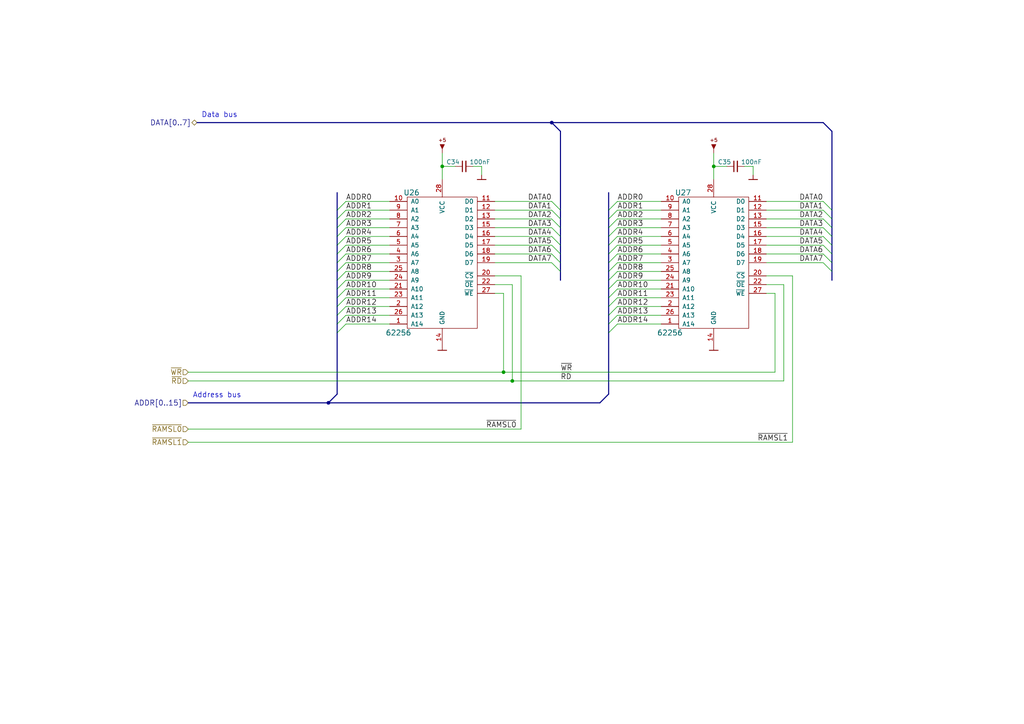
<source format=kicad_sch>
(kicad_sch (version 20211123) (generator eeschema)

  (uuid fdd41a68-206a-4076-b64a-8b7633d428d6)

  (paper "A4")

  (lib_symbols
    (symbol "artemisa:62256" (pin_names (offset 1.016)) (in_bom yes) (on_board yes)
      (property "Reference" "U" (id 0) (at -8.89 22.86 0)
        (effects (font (size 1.524 1.524)))
      )
      (property "Value" "62256" (id 1) (at 12.7 22.86 0)
        (effects (font (size 1.524 1.524)))
      )
      (property "Footprint" "" (id 2) (at 0 -3.81 0)
        (effects (font (size 1.524 1.524)) hide)
      )
      (property "Datasheet" "" (id 3) (at 0 -3.81 0)
        (effects (font (size 1.524 1.524)) hide)
      )
      (symbol "62256_0_1"
        (rectangle (start -10.16 20.32) (end 10.16 -17.78)
          (stroke (width 0) (type default) (color 0 0 0 0))
          (fill (type none))
        )
      )
      (symbol "62256_1_1"
        (pin input line (at -15.24 -16.51 0) (length 5.08)
          (name "A14" (effects (font (size 1.27 1.27))))
          (number "1" (effects (font (size 1.27 1.27))))
        )
        (pin input line (at -15.24 19.05 0) (length 5.08)
          (name "A0" (effects (font (size 1.27 1.27))))
          (number "10" (effects (font (size 1.27 1.27))))
        )
        (pin bidirectional line (at 15.24 19.05 180) (length 5.08)
          (name "D0" (effects (font (size 1.27 1.27))))
          (number "11" (effects (font (size 1.27 1.27))))
        )
        (pin bidirectional line (at 15.24 16.51 180) (length 5.08)
          (name "D1" (effects (font (size 1.27 1.27))))
          (number "12" (effects (font (size 1.27 1.27))))
        )
        (pin bidirectional line (at 15.24 13.97 180) (length 5.08)
          (name "D2" (effects (font (size 1.27 1.27))))
          (number "13" (effects (font (size 1.27 1.27))))
        )
        (pin power_in line (at 0 -22.86 90) (length 5.08)
          (name "GND" (effects (font (size 1.27 1.27))))
          (number "14" (effects (font (size 1.27 1.27))))
        )
        (pin bidirectional line (at 15.24 11.43 180) (length 5.08)
          (name "D3" (effects (font (size 1.27 1.27))))
          (number "15" (effects (font (size 1.27 1.27))))
        )
        (pin bidirectional line (at 15.24 8.89 180) (length 5.08)
          (name "D4" (effects (font (size 1.27 1.27))))
          (number "16" (effects (font (size 1.27 1.27))))
        )
        (pin bidirectional line (at 15.24 6.35 180) (length 5.08)
          (name "D5" (effects (font (size 1.27 1.27))))
          (number "17" (effects (font (size 1.27 1.27))))
        )
        (pin bidirectional line (at 15.24 3.81 180) (length 5.08)
          (name "D6" (effects (font (size 1.27 1.27))))
          (number "18" (effects (font (size 1.27 1.27))))
        )
        (pin bidirectional line (at 15.24 1.27 180) (length 5.08)
          (name "D7" (effects (font (size 1.27 1.27))))
          (number "19" (effects (font (size 1.27 1.27))))
        )
        (pin input line (at -15.24 -11.43 0) (length 5.08)
          (name "A12" (effects (font (size 1.27 1.27))))
          (number "2" (effects (font (size 1.27 1.27))))
        )
        (pin input line (at 15.24 -2.54 180) (length 5.08)
          (name "~{CS}" (effects (font (size 1.27 1.27))))
          (number "20" (effects (font (size 1.27 1.27))))
        )
        (pin input line (at -15.24 -6.35 0) (length 5.08)
          (name "A10" (effects (font (size 1.27 1.27))))
          (number "21" (effects (font (size 1.27 1.27))))
        )
        (pin input line (at 15.24 -5.08 180) (length 5.08)
          (name "~{OE}" (effects (font (size 1.27 1.27))))
          (number "22" (effects (font (size 1.27 1.27))))
        )
        (pin input line (at -15.24 -8.89 0) (length 5.08)
          (name "A11" (effects (font (size 1.27 1.27))))
          (number "23" (effects (font (size 1.27 1.27))))
        )
        (pin input line (at -15.24 -3.81 0) (length 5.08)
          (name "A9" (effects (font (size 1.27 1.27))))
          (number "24" (effects (font (size 1.27 1.27))))
        )
        (pin input line (at -15.24 -1.27 0) (length 5.08)
          (name "A8" (effects (font (size 1.27 1.27))))
          (number "25" (effects (font (size 1.27 1.27))))
        )
        (pin input line (at -15.24 -13.97 0) (length 5.08)
          (name "A13" (effects (font (size 1.27 1.27))))
          (number "26" (effects (font (size 1.27 1.27))))
        )
        (pin input line (at 15.24 -7.62 180) (length 5.08)
          (name "~{WE}" (effects (font (size 1.27 1.27))))
          (number "27" (effects (font (size 1.27 1.27))))
        )
        (pin power_in line (at 0 25.4 270) (length 5.08)
          (name "VCC" (effects (font (size 1.27 1.27))))
          (number "28" (effects (font (size 1.27 1.27))))
        )
        (pin input line (at -15.24 1.27 0) (length 5.08)
          (name "A7" (effects (font (size 1.27 1.27))))
          (number "3" (effects (font (size 1.27 1.27))))
        )
        (pin input line (at -15.24 3.81 0) (length 5.08)
          (name "A6" (effects (font (size 1.27 1.27))))
          (number "4" (effects (font (size 1.27 1.27))))
        )
        (pin input line (at -15.24 6.35 0) (length 5.08)
          (name "A5" (effects (font (size 1.27 1.27))))
          (number "5" (effects (font (size 1.27 1.27))))
        )
        (pin input line (at -15.24 8.89 0) (length 5.08)
          (name "A4" (effects (font (size 1.27 1.27))))
          (number "6" (effects (font (size 1.27 1.27))))
        )
        (pin input line (at -15.24 11.43 0) (length 5.08)
          (name "A3" (effects (font (size 1.27 1.27))))
          (number "7" (effects (font (size 1.27 1.27))))
        )
        (pin input line (at -15.24 13.97 0) (length 5.08)
          (name "A2" (effects (font (size 1.27 1.27))))
          (number "8" (effects (font (size 1.27 1.27))))
        )
        (pin input line (at -15.24 16.51 0) (length 5.08)
          (name "A1" (effects (font (size 1.27 1.27))))
          (number "9" (effects (font (size 1.27 1.27))))
        )
      )
    )
    (symbol "artemisa:Cap" (pin_numbers hide) (pin_names (offset 0.254) hide) (in_bom yes) (on_board yes)
      (property "Reference" "C" (id 0) (at 0.254 1.778 0)
        (effects (font (size 1.27 1.27)) (justify left))
      )
      (property "Value" "Cap" (id 1) (at 0.254 -2.032 0)
        (effects (font (size 1.27 1.27)) (justify left))
      )
      (property "Footprint" "" (id 2) (at 0 0 0)
        (effects (font (size 1.27 1.27)) hide)
      )
      (property "Datasheet" "" (id 3) (at 0 0 0)
        (effects (font (size 1.27 1.27)) hide)
      )
      (property "ki_fp_filters" "C_*" (id 4) (at 0 0 0)
        (effects (font (size 1.27 1.27)) hide)
      )
      (symbol "Cap_0_1"
        (polyline
          (pts
            (xy -1.524 -0.508)
            (xy 1.524 -0.508)
          )
          (stroke (width 0.3302) (type default) (color 0 0 0 0))
          (fill (type none))
        )
        (polyline
          (pts
            (xy -1.524 0.508)
            (xy 1.524 0.508)
          )
          (stroke (width 0.3048) (type default) (color 0 0 0 0))
          (fill (type none))
        )
      )
      (symbol "Cap_1_1"
        (pin passive line (at 0 2.54 270) (length 2.032)
          (name "~" (effects (font (size 1.27 1.27))))
          (number "1" (effects (font (size 1.27 1.27))))
        )
        (pin passive line (at 0 -2.54 90) (length 2.032)
          (name "~" (effects (font (size 1.27 1.27))))
          (number "2" (effects (font (size 1.27 1.27))))
        )
      )
    )
    (symbol "artemisa:GND" (power) (pin_numbers hide) (pin_names (offset 0) hide) (in_bom yes) (on_board yes)
      (property "Reference" "#PWR" (id 0) (at 0 -2.54 0)
        (effects (font (size 1.524 1.524)) hide)
      )
      (property "Value" "GND" (id 1) (at 0 2.54 0)
        (effects (font (size 1.524 1.524)) hide)
      )
      (property "Footprint" "" (id 2) (at 0 0 0)
        (effects (font (size 1.524 1.524)) hide)
      )
      (property "Datasheet" "" (id 3) (at 0 0 0)
        (effects (font (size 1.524 1.524)) hide)
      )
      (symbol "GND_0_1"
        (polyline
          (pts
            (xy -1.27 -1.27)
            (xy 1.27 -1.27)
          )
          (stroke (width 0.254) (type default) (color 0 0 0 0))
          (fill (type none))
        )
      )
      (symbol "GND_1_1"
        (pin power_in line (at 0 0 270) (length 1.27)
          (name "GND" (effects (font (size 1.27 1.27))))
          (number "~" (effects (font (size 1.27 1.27))))
        )
      )
    )
    (symbol "artemisa:VCC" (power) (pin_numbers hide) (pin_names (offset 0) hide) (in_bom yes) (on_board yes)
      (property "Reference" "#PWR" (id 0) (at 0 -1.27 0)
        (effects (font (size 1.524 1.524)) hide)
      )
      (property "Value" "VCC" (id 1) (at 0 6.35 0)
        (effects (font (size 1.524 1.524)) hide)
      )
      (property "Footprint" "" (id 2) (at 0 0 0)
        (effects (font (size 1.524 1.524)) hide)
      )
      (property "Datasheet" "" (id 3) (at 0 0 0)
        (effects (font (size 1.524 1.524)) hide)
      )
      (symbol "VCC_0_0"
        (text "+5" (at 0 3.81 0)
          (effects (font (size 1.016 1.016)))
        )
      )
      (symbol "VCC_0_1"
        (polyline
          (pts
            (xy 0 1.27)
            (xy 0.635 2.54)
            (xy -0.635 2.54)
            (xy 0 1.27)
          )
          (stroke (width 0) (type default) (color 0 0 0 0))
          (fill (type outline))
        )
      )
      (symbol "VCC_1_1"
        (pin power_in line (at 0 0 90) (length 1.27)
          (name "VCC" (effects (font (size 1.27 1.27))))
          (number "1" (effects (font (size 1.27 1.27))))
        )
      )
    )
  )

  (junction (at 148.59 110.49) (diameter 0) (color 0 0 0 0)
    (uuid 08fae221-7b6f-4c57-be73-6210c6206091)
  )
  (junction (at 128.27 48.26) (diameter 0) (color 0 0 0 0)
    (uuid 5a5b7060-983c-4989-878e-3126720e998d)
  )
  (junction (at 146.05 107.95) (diameter 0) (color 0 0 0 0)
    (uuid 8fa4f87a-9012-4f6f-a6c0-ec1c5f716184)
  )
  (junction (at 207.01 48.26) (diameter 0) (color 0 0 0 0)
    (uuid a0af1aa5-82ff-4825-8836-86496e7db65f)
  )
  (junction (at 95.25 116.84) (diameter 0) (color 0 0 0 0)
    (uuid e4195b8f-3996-4a59-b6a1-76534a4e174b)
  )
  (junction (at 160.02 35.56) (diameter 0) (color 0 0 0 0)
    (uuid e8cea180-3543-4ce6-acfb-619197762cfc)
  )

  (bus_entry (at 176.53 86.36) (size 2.54 -2.54)
    (stroke (width 0) (type default) (color 0 0 0 0))
    (uuid 01caafb3-af8a-4642-870c-c290b286d040)
  )
  (bus_entry (at 97.79 73.66) (size 2.54 -2.54)
    (stroke (width 0) (type default) (color 0 0 0 0))
    (uuid 04868f85-bc69-4fa9-8e62-d78ffe5ae58e)
  )
  (bus_entry (at 176.53 83.82) (size 2.54 -2.54)
    (stroke (width 0) (type default) (color 0 0 0 0))
    (uuid 0648b195-3f37-49a2-a952-4c5886b521de)
  )
  (bus_entry (at 160.02 76.2) (size 2.54 2.54)
    (stroke (width 0) (type default) (color 0 0 0 0))
    (uuid 0c345fc5-964b-48c0-9452-55507c868edc)
  )
  (bus_entry (at 238.76 76.2) (size 2.54 2.54)
    (stroke (width 0) (type default) (color 0 0 0 0))
    (uuid 1b8d5810-67b5-41f5-a4e9-e6c2cc9fec50)
  )
  (bus_entry (at 162.56 60.96) (size -2.54 -2.54)
    (stroke (width 0) (type default) (color 0 0 0 0))
    (uuid 224e8890-cdee-45fd-bd2e-64fe49c2de75)
  )
  (bus_entry (at 241.3 63.5) (size -2.54 -2.54)
    (stroke (width 0) (type default) (color 0 0 0 0))
    (uuid 24fbbd33-4896-414c-ba79-167809dd0e90)
  )
  (bus_entry (at 97.79 78.74) (size 2.54 -2.54)
    (stroke (width 0) (type default) (color 0 0 0 0))
    (uuid 2792ed93-89db-4e51-99ff-281323e776eb)
  )
  (bus_entry (at 241.3 66.04) (size -2.54 -2.54)
    (stroke (width 0) (type default) (color 0 0 0 0))
    (uuid 2be498d5-e7b2-4098-b853-d60412f65c3b)
  )
  (bus_entry (at 176.53 81.28) (size 2.54 -2.54)
    (stroke (width 0) (type default) (color 0 0 0 0))
    (uuid 2ca148b4-658e-4a63-ab5c-2e293c8a2284)
  )
  (bus_entry (at 241.3 76.2) (size -2.54 -2.54)
    (stroke (width 0) (type default) (color 0 0 0 0))
    (uuid 2f8dfa45-14b0-4de4-b3b0-e7b73da81a0a)
  )
  (bus_entry (at 97.79 68.58) (size 2.54 -2.54)
    (stroke (width 0) (type default) (color 0 0 0 0))
    (uuid 335263d3-7e35-4a9c-83c2-cd71d45f0688)
  )
  (bus_entry (at 97.79 60.96) (size 2.54 -2.54)
    (stroke (width 0) (type default) (color 0 0 0 0))
    (uuid 33b48673-c959-4510-b6fa-fd3f7bdb00fd)
  )
  (bus_entry (at 176.53 91.44) (size 2.54 -2.54)
    (stroke (width 0) (type default) (color 0 0 0 0))
    (uuid 33b6dbe8-d555-4f35-a63c-27c75fa09ca7)
  )
  (bus_entry (at 176.53 76.2) (size 2.54 -2.54)
    (stroke (width 0) (type default) (color 0 0 0 0))
    (uuid 3662e68b-207e-47a3-930c-038dfd8202b6)
  )
  (bus_entry (at 97.79 76.2) (size 2.54 -2.54)
    (stroke (width 0) (type default) (color 0 0 0 0))
    (uuid 4102ae0e-3d75-40cd-957b-0b4db5d3f5ee)
  )
  (bus_entry (at 162.56 66.04) (size -2.54 -2.54)
    (stroke (width 0) (type default) (color 0 0 0 0))
    (uuid 4612f9f0-1343-4ba7-94dd-7d3e9fc08dad)
  )
  (bus_entry (at 162.56 68.58) (size -2.54 -2.54)
    (stroke (width 0) (type default) (color 0 0 0 0))
    (uuid 4b3cefd2-e7d7-4d25-8bb9-37548c3e8b03)
  )
  (bus_entry (at 179.07 93.98) (size -2.54 2.54)
    (stroke (width 0) (type default) (color 0 0 0 0))
    (uuid 56801e6d-c4ab-4f7b-8289-2119a52fa227)
  )
  (bus_entry (at 176.53 71.12) (size 2.54 -2.54)
    (stroke (width 0) (type default) (color 0 0 0 0))
    (uuid 58c4b7f1-3bfe-4269-af43-3ce726a108d9)
  )
  (bus_entry (at 176.53 73.66) (size 2.54 -2.54)
    (stroke (width 0) (type default) (color 0 0 0 0))
    (uuid 5a29cdb1-72f4-490b-b940-70ed3bd8dac4)
  )
  (bus_entry (at 162.56 71.12) (size -2.54 -2.54)
    (stroke (width 0) (type default) (color 0 0 0 0))
    (uuid 6d401fdd-c1f6-4321-96c4-4843b6143be9)
  )
  (bus_entry (at 176.53 88.9) (size 2.54 -2.54)
    (stroke (width 0) (type default) (color 0 0 0 0))
    (uuid 74d2d2c1-d0d5-412f-ab06-bb67df0a3900)
  )
  (bus_entry (at 241.3 73.66) (size -2.54 -2.54)
    (stroke (width 0) (type default) (color 0 0 0 0))
    (uuid 84282cc7-416d-48c2-ae9f-c0149b35065e)
  )
  (bus_entry (at 97.79 83.82) (size 2.54 -2.54)
    (stroke (width 0) (type default) (color 0 0 0 0))
    (uuid 84315919-677c-4909-a747-2c92c96d5870)
  )
  (bus_entry (at 176.53 63.5) (size 2.54 -2.54)
    (stroke (width 0) (type default) (color 0 0 0 0))
    (uuid 8f2a6709-854c-4caf-959b-d289d2962128)
  )
  (bus_entry (at 97.79 88.9) (size 2.54 -2.54)
    (stroke (width 0) (type default) (color 0 0 0 0))
    (uuid 90207e9d-650a-4c45-b7d5-e506cc85537d)
  )
  (bus_entry (at 162.56 76.2) (size -2.54 -2.54)
    (stroke (width 0) (type default) (color 0 0 0 0))
    (uuid 90671817-460f-456a-a6e3-6cfa468bea55)
  )
  (bus_entry (at 176.53 78.74) (size 2.54 -2.54)
    (stroke (width 0) (type default) (color 0 0 0 0))
    (uuid 95376300-f16d-43b2-b149-df8f49eb2782)
  )
  (bus_entry (at 97.79 71.12) (size 2.54 -2.54)
    (stroke (width 0) (type default) (color 0 0 0 0))
    (uuid 9a88d63d-f7e5-416d-9807-a8e942aef287)
  )
  (bus_entry (at 97.79 66.04) (size 2.54 -2.54)
    (stroke (width 0) (type default) (color 0 0 0 0))
    (uuid a17368fb-646b-4ffd-9057-0994609f8a46)
  )
  (bus_entry (at 241.3 60.96) (size -2.54 -2.54)
    (stroke (width 0) (type default) (color 0 0 0 0))
    (uuid a281de60-7af0-498c-be0b-24572e88b490)
  )
  (bus_entry (at 176.53 68.58) (size 2.54 -2.54)
    (stroke (width 0) (type default) (color 0 0 0 0))
    (uuid a8b5a69a-24fc-4f3a-af15-1ced0fb0d73b)
  )
  (bus_entry (at 97.79 93.98) (size 2.54 -2.54)
    (stroke (width 0) (type default) (color 0 0 0 0))
    (uuid a8cdda0e-7b06-4b92-8078-341b4e32614a)
  )
  (bus_entry (at 97.79 63.5) (size 2.54 -2.54)
    (stroke (width 0) (type default) (color 0 0 0 0))
    (uuid ad2d033c-4040-4813-b5da-82cf827f9d86)
  )
  (bus_entry (at 176.53 66.04) (size 2.54 -2.54)
    (stroke (width 0) (type default) (color 0 0 0 0))
    (uuid b830f01d-0d9c-451a-9ac4-3e5744deb516)
  )
  (bus_entry (at 241.3 68.58) (size -2.54 -2.54)
    (stroke (width 0) (type default) (color 0 0 0 0))
    (uuid c2f8c49f-d49f-49e2-940a-a7b9765ffdf0)
  )
  (bus_entry (at 100.33 93.98) (size -2.54 2.54)
    (stroke (width 0) (type default) (color 0 0 0 0))
    (uuid c78d97f4-1d1b-46c3-bcbb-8424944a8978)
  )
  (bus_entry (at 97.79 81.28) (size 2.54 -2.54)
    (stroke (width 0) (type default) (color 0 0 0 0))
    (uuid cd8c6c53-febf-40c1-af77-5373add0fde7)
  )
  (bus_entry (at 176.53 60.96) (size 2.54 -2.54)
    (stroke (width 0) (type default) (color 0 0 0 0))
    (uuid cf06bbbc-3fa0-42b7-9a99-642ec3689891)
  )
  (bus_entry (at 97.79 91.44) (size 2.54 -2.54)
    (stroke (width 0) (type default) (color 0 0 0 0))
    (uuid d6cc98ff-7d68-4734-afa1-c7dd225e08d3)
  )
  (bus_entry (at 241.3 71.12) (size -2.54 -2.54)
    (stroke (width 0) (type default) (color 0 0 0 0))
    (uuid eb79b938-dc23-4503-beb0-3634b653c9e4)
  )
  (bus_entry (at 162.56 73.66) (size -2.54 -2.54)
    (stroke (width 0) (type default) (color 0 0 0 0))
    (uuid ef3c2ca7-fcc8-4cff-8fc1-0c762aa25455)
  )
  (bus_entry (at 97.79 86.36) (size 2.54 -2.54)
    (stroke (width 0) (type default) (color 0 0 0 0))
    (uuid efd79052-e146-4d61-9e0a-ba764a5a966b)
  )
  (bus_entry (at 176.53 93.98) (size 2.54 -2.54)
    (stroke (width 0) (type default) (color 0 0 0 0))
    (uuid f0d5ae26-c535-4a37-9220-b3d08bfeda2f)
  )
  (bus_entry (at 162.56 63.5) (size -2.54 -2.54)
    (stroke (width 0) (type default) (color 0 0 0 0))
    (uuid fe2b05f5-675b-44d0-956c-c5829b7c692a)
  )

  (wire (pts (xy 207.01 48.26) (xy 207.01 52.07))
    (stroke (width 0) (type default) (color 0 0 0 0))
    (uuid 01106a52-6b7d-40fd-b165-c927be1f6a1d)
  )
  (bus (pts (xy 176.53 96.52) (xy 176.53 114.3))
    (stroke (width 0) (type default) (color 0 0 0 0))
    (uuid 0536025a-6414-4951-bfd6-905537685d7e)
  )
  (bus (pts (xy 97.79 91.44) (xy 97.79 93.98))
    (stroke (width 0) (type default) (color 0 0 0 0))
    (uuid 05a60061-f69f-4cf0-982b-3b600d194cef)
  )
  (bus (pts (xy 97.79 63.5) (xy 97.79 66.04))
    (stroke (width 0) (type default) (color 0 0 0 0))
    (uuid 0693453a-34c3-4bfd-b360-f7994c4e507f)
  )

  (wire (pts (xy 191.77 88.9) (xy 179.07 88.9))
    (stroke (width 0) (type default) (color 0 0 0 0))
    (uuid 077985bd-c8a6-43b8-af30-1141a8334306)
  )
  (wire (pts (xy 238.76 66.04) (xy 222.25 66.04))
    (stroke (width 0) (type default) (color 0 0 0 0))
    (uuid 07838c19-bdee-4759-9a7b-a62a5deb9737)
  )
  (bus (pts (xy 54.61 116.84) (xy 95.25 116.84))
    (stroke (width 0) (type default) (color 0 0 0 0))
    (uuid 082621c8-b51d-48fd-937c-afceb255b94e)
  )
  (bus (pts (xy 162.56 71.12) (xy 162.56 73.66))
    (stroke (width 0) (type default) (color 0 0 0 0))
    (uuid 0d525ad4-3f7e-4e8e-b572-5aed774da48c)
  )

  (wire (pts (xy 224.79 107.95) (xy 224.79 85.09))
    (stroke (width 0) (type default) (color 0 0 0 0))
    (uuid 0e852933-f119-4b7f-a503-b829e02656a9)
  )
  (wire (pts (xy 113.03 88.9) (xy 100.33 88.9))
    (stroke (width 0) (type default) (color 0 0 0 0))
    (uuid 0f6b89db-12ed-4dac-b3ce-819a49798117)
  )
  (wire (pts (xy 160.02 66.04) (xy 143.51 66.04))
    (stroke (width 0) (type default) (color 0 0 0 0))
    (uuid 138f5600-7fba-4219-9f21-9ce4066a1d82)
  )
  (wire (pts (xy 238.76 73.66) (xy 222.25 73.66))
    (stroke (width 0) (type default) (color 0 0 0 0))
    (uuid 18ee575f-d41e-4a26-ac0a-b229112d8877)
  )
  (wire (pts (xy 54.61 124.46) (xy 151.13 124.46))
    (stroke (width 0) (type default) (color 0 0 0 0))
    (uuid 1ed7574f-dfd9-48ef-889b-e65459b62f49)
  )
  (bus (pts (xy 97.79 81.28) (xy 97.79 83.82))
    (stroke (width 0) (type default) (color 0 0 0 0))
    (uuid 227f15c7-95b9-498e-a2ac-436548e5f17f)
  )

  (wire (pts (xy 54.61 128.27) (xy 229.87 128.27))
    (stroke (width 0) (type default) (color 0 0 0 0))
    (uuid 27b32d30-a0e6-48e4-8f63-c61987047d29)
  )
  (wire (pts (xy 100.33 83.82) (xy 113.03 83.82))
    (stroke (width 0) (type default) (color 0 0 0 0))
    (uuid 2a507df7-40c5-4523-b0fd-269cea55efb9)
  )
  (wire (pts (xy 238.76 71.12) (xy 222.25 71.12))
    (stroke (width 0) (type default) (color 0 0 0 0))
    (uuid 2aabebab-10c6-4637-946b-cda31980f550)
  )
  (bus (pts (xy 176.53 71.12) (xy 176.53 73.66))
    (stroke (width 0) (type default) (color 0 0 0 0))
    (uuid 2ba2153f-5796-496f-8155-2ce7ede27b36)
  )
  (bus (pts (xy 95.25 116.84) (xy 173.99 116.84))
    (stroke (width 0) (type default) (color 0 0 0 0))
    (uuid 2c203647-e05b-47b1-926f-f043cd026bbe)
  )
  (bus (pts (xy 176.53 81.28) (xy 176.53 83.82))
    (stroke (width 0) (type default) (color 0 0 0 0))
    (uuid 30a8d4e5-202c-4d57-80d8-c5f2ad3ce2dd)
  )
  (bus (pts (xy 97.79 60.96) (xy 97.79 63.5))
    (stroke (width 0) (type default) (color 0 0 0 0))
    (uuid 3258ef2e-7dfd-4b7b-a84c-a8f03af613a6)
  )

  (wire (pts (xy 222.25 76.2) (xy 238.76 76.2))
    (stroke (width 0) (type default) (color 0 0 0 0))
    (uuid 3381b763-2886-4e76-a243-cbcc2ec8a032)
  )
  (bus (pts (xy 176.53 88.9) (xy 176.53 91.44))
    (stroke (width 0) (type default) (color 0 0 0 0))
    (uuid 35328af0-2bbe-4eda-b255-c9bb9c6e435e)
  )

  (wire (pts (xy 218.44 50.8) (xy 218.44 48.26))
    (stroke (width 0) (type default) (color 0 0 0 0))
    (uuid 3785db90-bbe9-4018-bab6-3a4673f84f27)
  )
  (bus (pts (xy 176.53 83.82) (xy 176.53 86.36))
    (stroke (width 0) (type default) (color 0 0 0 0))
    (uuid 39f69e4c-3d98-4642-8cee-de7f9bf86b5e)
  )

  (wire (pts (xy 113.03 66.04) (xy 100.33 66.04))
    (stroke (width 0) (type default) (color 0 0 0 0))
    (uuid 3a362cc7-5245-4ed2-8f66-3a6d74eaba39)
  )
  (wire (pts (xy 179.07 91.44) (xy 191.77 91.44))
    (stroke (width 0) (type default) (color 0 0 0 0))
    (uuid 3c3e78d8-62d7-4020-ae7c-c489234b27d5)
  )
  (wire (pts (xy 179.07 68.58) (xy 191.77 68.58))
    (stroke (width 0) (type default) (color 0 0 0 0))
    (uuid 3d8ae180-8beb-4868-96bd-080dbdab2951)
  )
  (wire (pts (xy 143.51 85.09) (xy 146.05 85.09))
    (stroke (width 0) (type default) (color 0 0 0 0))
    (uuid 3eee2221-7af9-4d6a-ba79-a48c3fd1ac35)
  )
  (bus (pts (xy 97.79 76.2) (xy 97.79 78.74))
    (stroke (width 0) (type default) (color 0 0 0 0))
    (uuid 3f70786c-51ba-4695-9a71-96452e835d07)
  )

  (wire (pts (xy 222.25 58.42) (xy 238.76 58.42))
    (stroke (width 0) (type default) (color 0 0 0 0))
    (uuid 4221b138-87b6-4073-a6e3-acb41ba2e601)
  )
  (wire (pts (xy 139.7 50.8) (xy 139.7 48.26))
    (stroke (width 0) (type default) (color 0 0 0 0))
    (uuid 42795956-f125-4166-860d-4316fe3791b8)
  )
  (bus (pts (xy 176.53 55.88) (xy 176.53 60.96))
    (stroke (width 0) (type default) (color 0 0 0 0))
    (uuid 430cb5a0-6865-46d0-be60-5d722d3e8d80)
  )
  (bus (pts (xy 97.79 73.66) (xy 97.79 76.2))
    (stroke (width 0) (type default) (color 0 0 0 0))
    (uuid 437250d9-eb22-42a7-a0ee-f2e6a9628e2b)
  )

  (wire (pts (xy 143.51 82.55) (xy 148.59 82.55))
    (stroke (width 0) (type default) (color 0 0 0 0))
    (uuid 44c331f8-33e4-4ba1-bb1e-3071cc175bfd)
  )
  (bus (pts (xy 97.79 93.98) (xy 97.79 96.52))
    (stroke (width 0) (type default) (color 0 0 0 0))
    (uuid 4eae949d-97a9-49f3-9fbc-cba93e4e519c)
  )

  (wire (pts (xy 143.51 63.5) (xy 160.02 63.5))
    (stroke (width 0) (type default) (color 0 0 0 0))
    (uuid 4ff71e44-dddb-450e-9f6f-fe3947968fd4)
  )
  (wire (pts (xy 128.27 48.26) (xy 132.08 48.26))
    (stroke (width 0) (type default) (color 0 0 0 0))
    (uuid 50d092a1-cb48-4b36-9419-53ddb3f8fa14)
  )
  (bus (pts (xy 176.53 60.96) (xy 176.53 63.5))
    (stroke (width 0) (type default) (color 0 0 0 0))
    (uuid 53c3dfa0-4629-47d5-b909-4a3f4eb869c5)
  )
  (bus (pts (xy 97.79 86.36) (xy 97.79 88.9))
    (stroke (width 0) (type default) (color 0 0 0 0))
    (uuid 550e0f79-ef9f-4d36-adf7-81e26d574c59)
  )

  (wire (pts (xy 179.07 63.5) (xy 191.77 63.5))
    (stroke (width 0) (type default) (color 0 0 0 0))
    (uuid 55870dc1-a751-4fb1-a7eb-fe844b64659b)
  )
  (wire (pts (xy 160.02 71.12) (xy 143.51 71.12))
    (stroke (width 0) (type default) (color 0 0 0 0))
    (uuid 5b86cb50-e2ef-475e-93e3-77fea6b5a690)
  )
  (bus (pts (xy 162.56 66.04) (xy 162.56 68.58))
    (stroke (width 0) (type default) (color 0 0 0 0))
    (uuid 5e1594bb-0ff8-4379-a06e-7271e78563fe)
  )
  (bus (pts (xy 160.02 35.56) (xy 238.76 35.56))
    (stroke (width 0) (type default) (color 0 0 0 0))
    (uuid 5eb84820-20c2-41bf-a1a2-820c66368a1f)
  )
  (bus (pts (xy 162.56 78.74) (xy 162.56 81.28))
    (stroke (width 0) (type default) (color 0 0 0 0))
    (uuid 602a1461-f2fc-4f38-9213-73e41c428934)
  )

  (wire (pts (xy 54.61 107.95) (xy 146.05 107.95))
    (stroke (width 0) (type default) (color 0 0 0 0))
    (uuid 6150d77e-0e79-4609-a9ad-f39ba34a63b4)
  )
  (wire (pts (xy 229.87 80.01) (xy 229.87 128.27))
    (stroke (width 0) (type default) (color 0 0 0 0))
    (uuid 6476e233-d260-45fe-84d2-9ade7d0003a0)
  )
  (bus (pts (xy 162.56 73.66) (xy 162.56 76.2))
    (stroke (width 0) (type default) (color 0 0 0 0))
    (uuid 64c39fd2-36c7-4cd2-b0b8-1a1e70b12069)
  )
  (bus (pts (xy 176.53 68.58) (xy 176.53 71.12))
    (stroke (width 0) (type default) (color 0 0 0 0))
    (uuid 6face538-98d0-40ae-a653-e8999ce4e018)
  )

  (wire (pts (xy 160.02 73.66) (xy 143.51 73.66))
    (stroke (width 0) (type default) (color 0 0 0 0))
    (uuid 7167e0fb-15b0-446d-969c-ecf63e50097d)
  )
  (bus (pts (xy 162.56 38.1) (xy 162.56 60.96))
    (stroke (width 0) (type default) (color 0 0 0 0))
    (uuid 728dda43-38f9-4d13-b2a9-59e599c86d99)
  )

  (wire (pts (xy 227.33 82.55) (xy 222.25 82.55))
    (stroke (width 0) (type default) (color 0 0 0 0))
    (uuid 73486422-c87a-4ad4-8fe5-a3ffc70cb20a)
  )
  (bus (pts (xy 241.3 66.04) (xy 241.3 68.58))
    (stroke (width 0) (type default) (color 0 0 0 0))
    (uuid 74a79877-8958-41da-8944-562e6bba6c01)
  )

  (wire (pts (xy 179.07 73.66) (xy 191.77 73.66))
    (stroke (width 0) (type default) (color 0 0 0 0))
    (uuid 75f982a1-6ab8-4209-a4a8-58e41c3ce9c1)
  )
  (wire (pts (xy 191.77 71.12) (xy 179.07 71.12))
    (stroke (width 0) (type default) (color 0 0 0 0))
    (uuid 7a4a5c0e-c639-4f33-aa7f-cf5502abd572)
  )
  (wire (pts (xy 229.87 80.01) (xy 222.25 80.01))
    (stroke (width 0) (type default) (color 0 0 0 0))
    (uuid 7b694997-43fc-41fd-818b-681c539b1571)
  )
  (wire (pts (xy 179.07 83.82) (xy 191.77 83.82))
    (stroke (width 0) (type default) (color 0 0 0 0))
    (uuid 7badec54-dd0c-405a-acf1-25eff9460213)
  )
  (wire (pts (xy 100.33 86.36) (xy 113.03 86.36))
    (stroke (width 0) (type default) (color 0 0 0 0))
    (uuid 7d283b62-f314-41a0-b56b-d307f2ebfa85)
  )
  (bus (pts (xy 241.3 73.66) (xy 241.3 76.2))
    (stroke (width 0) (type default) (color 0 0 0 0))
    (uuid 7d393522-d44b-4d20-8f0b-b7142987aa89)
  )

  (wire (pts (xy 222.25 63.5) (xy 238.76 63.5))
    (stroke (width 0) (type default) (color 0 0 0 0))
    (uuid 833beff7-0439-4b25-8f23-ed949f699ed1)
  )
  (bus (pts (xy 241.3 60.96) (xy 241.3 63.5))
    (stroke (width 0) (type default) (color 0 0 0 0))
    (uuid 8416cc67-e5d6-41f8-bce2-3d8fbd36986b)
  )

  (wire (pts (xy 113.03 81.28) (xy 100.33 81.28))
    (stroke (width 0) (type default) (color 0 0 0 0))
    (uuid 845f389f-ac5c-4af4-aa4f-3b1355707a5f)
  )
  (wire (pts (xy 148.59 110.49) (xy 227.33 110.49))
    (stroke (width 0) (type default) (color 0 0 0 0))
    (uuid 85a22866-16c5-4384-bc0b-22ed5b68a467)
  )
  (wire (pts (xy 54.61 110.49) (xy 148.59 110.49))
    (stroke (width 0) (type default) (color 0 0 0 0))
    (uuid 86a34ff8-9697-4394-b32e-9c903027c8af)
  )
  (wire (pts (xy 100.33 91.44) (xy 113.03 91.44))
    (stroke (width 0) (type default) (color 0 0 0 0))
    (uuid 87110cd9-2ac8-40e0-9e87-2e8196cde92a)
  )
  (bus (pts (xy 162.56 63.5) (xy 162.56 66.04))
    (stroke (width 0) (type default) (color 0 0 0 0))
    (uuid 895c2a55-d35b-4bc4-9770-a708d43f72ca)
  )
  (bus (pts (xy 97.79 114.3) (xy 95.25 116.84))
    (stroke (width 0) (type default) (color 0 0 0 0))
    (uuid 8ae55606-cfbf-467b-98ad-b305173bd9ee)
  )

  (wire (pts (xy 191.77 81.28) (xy 179.07 81.28))
    (stroke (width 0) (type default) (color 0 0 0 0))
    (uuid 946b1da9-be3d-46a5-8490-1a85862f3b88)
  )
  (wire (pts (xy 238.76 60.96) (xy 222.25 60.96))
    (stroke (width 0) (type default) (color 0 0 0 0))
    (uuid 965bc598-5f52-4615-847f-179635cd5cde)
  )
  (wire (pts (xy 224.79 85.09) (xy 222.25 85.09))
    (stroke (width 0) (type default) (color 0 0 0 0))
    (uuid 96cc7009-e5c2-4181-9848-d145b9196cc4)
  )
  (bus (pts (xy 176.53 93.98) (xy 176.53 96.52))
    (stroke (width 0) (type default) (color 0 0 0 0))
    (uuid 97d7f8c9-b0b4-436a-9b5e-5ccb959ea185)
  )

  (wire (pts (xy 191.77 93.98) (xy 179.07 93.98))
    (stroke (width 0) (type default) (color 0 0 0 0))
    (uuid 9caefee8-6dcd-4815-b6e5-c75999fb9c90)
  )
  (bus (pts (xy 176.53 114.3) (xy 173.99 116.84))
    (stroke (width 0) (type default) (color 0 0 0 0))
    (uuid 9da855b0-f953-4d94-ac15-68c62fcf943f)
  )
  (bus (pts (xy 97.79 71.12) (xy 97.79 73.66))
    (stroke (width 0) (type default) (color 0 0 0 0))
    (uuid 9dbd9e26-9782-45c4-9403-4d72b07f29de)
  )
  (bus (pts (xy 176.53 76.2) (xy 176.53 78.74))
    (stroke (width 0) (type default) (color 0 0 0 0))
    (uuid 9f5edf3b-5178-43d3-aa8f-02c9bfd2d660)
  )
  (bus (pts (xy 97.79 55.88) (xy 97.79 60.96))
    (stroke (width 0) (type default) (color 0 0 0 0))
    (uuid a1441258-3477-4706-8540-9e88ae0dac49)
  )
  (bus (pts (xy 57.15 35.56) (xy 160.02 35.56))
    (stroke (width 0) (type default) (color 0 0 0 0))
    (uuid a65cad0c-0ef1-4ea5-a965-4eae7ac1f6af)
  )

  (wire (pts (xy 238.76 68.58) (xy 222.25 68.58))
    (stroke (width 0) (type default) (color 0 0 0 0))
    (uuid a6d1221a-1077-412d-8a73-7025f9b4ca20)
  )
  (wire (pts (xy 151.13 80.01) (xy 151.13 124.46))
    (stroke (width 0) (type default) (color 0 0 0 0))
    (uuid a8333ca2-6919-4fe3-9f28-bacc852923df)
  )
  (wire (pts (xy 179.07 78.74) (xy 191.77 78.74))
    (stroke (width 0) (type default) (color 0 0 0 0))
    (uuid ad541cb2-f097-4769-b1c0-c1cca23ca9bd)
  )
  (bus (pts (xy 241.3 63.5) (xy 241.3 66.04))
    (stroke (width 0) (type default) (color 0 0 0 0))
    (uuid afcd91b3-4753-4f50-890c-aed354e976e6)
  )

  (wire (pts (xy 113.03 60.96) (xy 100.33 60.96))
    (stroke (width 0) (type default) (color 0 0 0 0))
    (uuid b03cb553-3709-44f5-9a1e-0bd7ca2daf93)
  )
  (wire (pts (xy 100.33 58.42) (xy 113.03 58.42))
    (stroke (width 0) (type default) (color 0 0 0 0))
    (uuid b2fcabdc-443d-41f9-9892-34509b22b3c4)
  )
  (wire (pts (xy 146.05 107.95) (xy 224.79 107.95))
    (stroke (width 0) (type default) (color 0 0 0 0))
    (uuid b4203b01-a27f-440d-ad64-759637213d6e)
  )
  (wire (pts (xy 160.02 68.58) (xy 143.51 68.58))
    (stroke (width 0) (type default) (color 0 0 0 0))
    (uuid b5691874-e380-4013-b466-13948504ae2f)
  )
  (wire (pts (xy 191.77 76.2) (xy 179.07 76.2))
    (stroke (width 0) (type default) (color 0 0 0 0))
    (uuid b5b863ac-a506-4b3e-baa9-6daff41ac83f)
  )
  (bus (pts (xy 162.56 76.2) (xy 162.56 78.74))
    (stroke (width 0) (type default) (color 0 0 0 0))
    (uuid b64d922b-f1cc-4940-96f6-60cbefb80766)
  )

  (wire (pts (xy 100.33 73.66) (xy 113.03 73.66))
    (stroke (width 0) (type default) (color 0 0 0 0))
    (uuid b6a3e709-356a-4a55-ac00-07ba73afac37)
  )
  (bus (pts (xy 97.79 68.58) (xy 97.79 71.12))
    (stroke (width 0) (type default) (color 0 0 0 0))
    (uuid b7148d4c-a9db-4405-915a-b55a0c6f6c34)
  )
  (bus (pts (xy 241.3 76.2) (xy 241.3 78.74))
    (stroke (width 0) (type default) (color 0 0 0 0))
    (uuid b7bae9c8-4fed-4c69-a28c-182e2480bcdb)
  )

  (wire (pts (xy 113.03 76.2) (xy 100.33 76.2))
    (stroke (width 0) (type default) (color 0 0 0 0))
    (uuid ba3f68df-a80d-4363-9b28-2b49507e87bd)
  )
  (bus (pts (xy 97.79 96.52) (xy 97.79 114.3))
    (stroke (width 0) (type default) (color 0 0 0 0))
    (uuid bc94524b-c378-44e8-acce-7c1ac0292375)
  )
  (bus (pts (xy 241.3 38.1) (xy 238.76 35.56))
    (stroke (width 0) (type default) (color 0 0 0 0))
    (uuid c04e50f2-d5aa-4a23-a606-4b4ca7d7a313)
  )

  (wire (pts (xy 143.51 76.2) (xy 160.02 76.2))
    (stroke (width 0) (type default) (color 0 0 0 0))
    (uuid c25b90aa-c787-46a1-8b80-e5b9fd45039a)
  )
  (wire (pts (xy 148.59 82.55) (xy 148.59 110.49))
    (stroke (width 0) (type default) (color 0 0 0 0))
    (uuid c6d0e6be-376d-4beb-9794-508920a2265a)
  )
  (wire (pts (xy 139.7 48.26) (xy 137.16 48.26))
    (stroke (width 0) (type default) (color 0 0 0 0))
    (uuid c7699973-e377-4c8c-8edc-6474ca187ece)
  )
  (wire (pts (xy 146.05 85.09) (xy 146.05 107.95))
    (stroke (width 0) (type default) (color 0 0 0 0))
    (uuid ca2c6135-06b9-49ec-b90b-71e52fd66fd1)
  )
  (bus (pts (xy 241.3 78.74) (xy 241.3 81.28))
    (stroke (width 0) (type default) (color 0 0 0 0))
    (uuid ca677453-09f3-4d39-9e39-a44be56569d9)
  )

  (wire (pts (xy 113.03 71.12) (xy 100.33 71.12))
    (stroke (width 0) (type default) (color 0 0 0 0))
    (uuid cac6ef5d-79dc-46ad-ba83-77cb1377c287)
  )
  (bus (pts (xy 97.79 83.82) (xy 97.79 86.36))
    (stroke (width 0) (type default) (color 0 0 0 0))
    (uuid cce66d06-ed54-4eae-867a-a3f52946556d)
  )
  (bus (pts (xy 162.56 68.58) (xy 162.56 71.12))
    (stroke (width 0) (type default) (color 0 0 0 0))
    (uuid cd568267-8fa9-414e-ae44-a717296573c5)
  )

  (wire (pts (xy 151.13 80.01) (xy 143.51 80.01))
    (stroke (width 0) (type default) (color 0 0 0 0))
    (uuid cdf69da0-bf1d-48b6-92e4-7b762bd4454d)
  )
  (wire (pts (xy 128.27 44.45) (xy 128.27 48.26))
    (stroke (width 0) (type default) (color 0 0 0 0))
    (uuid ceb65f05-08ce-47e9-8a7e-aa1335099416)
  )
  (bus (pts (xy 162.56 60.96) (xy 162.56 63.5))
    (stroke (width 0) (type default) (color 0 0 0 0))
    (uuid d7d96405-8ab4-4875-86e3-09261d23b5fe)
  )

  (wire (pts (xy 207.01 44.45) (xy 207.01 48.26))
    (stroke (width 0) (type default) (color 0 0 0 0))
    (uuid d7fccf28-3bfa-4b51-bf91-5d4755a0686e)
  )
  (wire (pts (xy 113.03 93.98) (xy 100.33 93.98))
    (stroke (width 0) (type default) (color 0 0 0 0))
    (uuid da710602-5c6f-4ba5-b461-48eb0116bbbe)
  )
  (bus (pts (xy 176.53 63.5) (xy 176.53 66.04))
    (stroke (width 0) (type default) (color 0 0 0 0))
    (uuid dafa8fd1-c18d-4c85-9433-2b8c8008bb67)
  )
  (bus (pts (xy 97.79 66.04) (xy 97.79 68.58))
    (stroke (width 0) (type default) (color 0 0 0 0))
    (uuid db1fd106-5c41-422b-b451-e2c7dd2c942d)
  )
  (bus (pts (xy 97.79 78.74) (xy 97.79 81.28))
    (stroke (width 0) (type default) (color 0 0 0 0))
    (uuid de097fb4-477c-417d-bbd4-baadec4de0d9)
  )
  (bus (pts (xy 162.56 38.1) (xy 160.02 35.56))
    (stroke (width 0) (type default) (color 0 0 0 0))
    (uuid de589fca-e528-4d9d-88c3-9fb59d406d80)
  )

  (wire (pts (xy 227.33 110.49) (xy 227.33 82.55))
    (stroke (width 0) (type default) (color 0 0 0 0))
    (uuid e208ea3a-d990-4992-b395-c95b18b77f83)
  )
  (bus (pts (xy 176.53 78.74) (xy 176.53 81.28))
    (stroke (width 0) (type default) (color 0 0 0 0))
    (uuid e2d0f7de-130f-45fe-8137-c98d54977ba1)
  )

  (wire (pts (xy 143.51 58.42) (xy 160.02 58.42))
    (stroke (width 0) (type default) (color 0 0 0 0))
    (uuid e3877396-3ff6-4b1d-9715-0d1a70961579)
  )
  (wire (pts (xy 179.07 58.42) (xy 191.77 58.42))
    (stroke (width 0) (type default) (color 0 0 0 0))
    (uuid e419300a-5404-42ba-8c9b-e8cd5066ac8e)
  )
  (bus (pts (xy 176.53 73.66) (xy 176.53 76.2))
    (stroke (width 0) (type default) (color 0 0 0 0))
    (uuid e65316a3-9c56-496e-85b2-f924401c4d9f)
  )
  (bus (pts (xy 176.53 91.44) (xy 176.53 93.98))
    (stroke (width 0) (type default) (color 0 0 0 0))
    (uuid e794ab59-7bcd-4983-8681-ae56dc6f451c)
  )

  (wire (pts (xy 218.44 48.26) (xy 215.9 48.26))
    (stroke (width 0) (type default) (color 0 0 0 0))
    (uuid e8e23712-f080-4685-ae22-9028780f7b13)
  )
  (wire (pts (xy 191.77 60.96) (xy 179.07 60.96))
    (stroke (width 0) (type default) (color 0 0 0 0))
    (uuid e9581bdc-0c32-481f-b3ec-f590264a37c8)
  )
  (bus (pts (xy 97.79 88.9) (xy 97.79 91.44))
    (stroke (width 0) (type default) (color 0 0 0 0))
    (uuid eb0915de-c86a-4d8e-a0f1-84dcf28d1327)
  )
  (bus (pts (xy 241.3 71.12) (xy 241.3 73.66))
    (stroke (width 0) (type default) (color 0 0 0 0))
    (uuid eb8c4f77-d931-4888-a754-0b09c6b8907f)
  )

  (wire (pts (xy 179.07 86.36) (xy 191.77 86.36))
    (stroke (width 0) (type default) (color 0 0 0 0))
    (uuid ec1c193f-86ec-48fc-a26b-de8201d681ac)
  )
  (bus (pts (xy 241.3 68.58) (xy 241.3 71.12))
    (stroke (width 0) (type default) (color 0 0 0 0))
    (uuid ecc742f9-8e62-4db4-90e9-b040a131cae6)
  )
  (bus (pts (xy 176.53 66.04) (xy 176.53 68.58))
    (stroke (width 0) (type default) (color 0 0 0 0))
    (uuid ed4be033-e859-4855-b148-62dd9430802f)
  )

  (wire (pts (xy 128.27 48.26) (xy 128.27 52.07))
    (stroke (width 0) (type default) (color 0 0 0 0))
    (uuid ed92ba08-98ec-48df-9584-41c899a43f78)
  )
  (wire (pts (xy 100.33 78.74) (xy 113.03 78.74))
    (stroke (width 0) (type default) (color 0 0 0 0))
    (uuid ee4527a8-96f7-423b-b0eb-5c3b1bed75f9)
  )
  (wire (pts (xy 100.33 68.58) (xy 113.03 68.58))
    (stroke (width 0) (type default) (color 0 0 0 0))
    (uuid ee94ab47-8315-46a5-bfc7-60550df5879d)
  )
  (wire (pts (xy 191.77 66.04) (xy 179.07 66.04))
    (stroke (width 0) (type default) (color 0 0 0 0))
    (uuid eed5fd95-a7ce-441e-bbe1-d330431c5e6d)
  )
  (bus (pts (xy 241.3 38.1) (xy 241.3 60.96))
    (stroke (width 0) (type default) (color 0 0 0 0))
    (uuid eef9a49b-90d1-4463-b2c5-af035d3ae9d7)
  )
  (bus (pts (xy 176.53 86.36) (xy 176.53 88.9))
    (stroke (width 0) (type default) (color 0 0 0 0))
    (uuid f069c764-5d8d-402a-b60c-f5f2b694001c)
  )

  (wire (pts (xy 160.02 60.96) (xy 143.51 60.96))
    (stroke (width 0) (type default) (color 0 0 0 0))
    (uuid f094eb5d-05c7-4c16-84d0-9d4665317bfb)
  )
  (wire (pts (xy 207.01 48.26) (xy 210.82 48.26))
    (stroke (width 0) (type default) (color 0 0 0 0))
    (uuid f22aae5d-f6eb-438b-9ba4-dcb7ba01f85f)
  )
  (wire (pts (xy 100.33 63.5) (xy 113.03 63.5))
    (stroke (width 0) (type default) (color 0 0 0 0))
    (uuid fda0167e-248a-4b89-bf7b-490df46aeb7d)
  )

  (text "Data bus" (at 58.42 34.29 0)
    (effects (font (size 1.524 1.524)) (justify left bottom))
    (uuid 8dcf40e6-09a5-42e4-8b46-f4738540468d)
  )
  (text "Address bus" (at 55.88 115.57 0)
    (effects (font (size 1.524 1.524)) (justify left bottom))
    (uuid a29e1299-22c5-4fd2-9a37-e405785962a9)
  )

  (label "DATA4" (at 160.02 68.58 180)
    (effects (font (size 1.524 1.524)) (justify right bottom))
    (uuid 133bb99a-82f3-4f77-a20b-451874ac44f4)
  )
  (label "ADDR10" (at 100.33 83.82 0)
    (effects (font (size 1.524 1.524)) (justify left bottom))
    (uuid 1354903a-b7d2-4e04-b220-6c6c8f058ef7)
  )
  (label "ADDR7" (at 179.07 76.2 0)
    (effects (font (size 1.524 1.524)) (justify left bottom))
    (uuid 17a6bac3-e9f6-495e-be83-418646662ace)
  )
  (label "ADDR13" (at 100.33 91.44 0)
    (effects (font (size 1.524 1.524)) (justify left bottom))
    (uuid 1c57f8a5-0a6c-44cd-b514-5b9d5f8cc98b)
  )
  (label "DATA4" (at 238.76 68.58 180)
    (effects (font (size 1.524 1.524)) (justify right bottom))
    (uuid 2aa21f9e-73e7-40d1-a630-0290bc6939b1)
  )
  (label "ADDR5" (at 100.33 71.12 0)
    (effects (font (size 1.524 1.524)) (justify left bottom))
    (uuid 2b878984-ad62-40d5-87be-d30f465ae2b3)
  )
  (label "~{RAMSL1}" (at 228.6 128.27 180)
    (effects (font (size 1.524 1.524)) (justify right bottom))
    (uuid 40415c49-a61c-4fd6-a3e4-d55a8f8b8c4e)
  )
  (label "ADDR4" (at 179.07 68.58 0)
    (effects (font (size 1.524 1.524)) (justify left bottom))
    (uuid 46aac001-1e0b-4992-9b6b-7fbd6860af0e)
  )
  (label "ADDR7" (at 100.33 76.2 0)
    (effects (font (size 1.524 1.524)) (justify left bottom))
    (uuid 4a56ac62-5ec2-46fc-a86c-9adf2d8fead1)
  )
  (label "~{WR}" (at 162.56 107.95 0)
    (effects (font (size 1.524 1.524)) (justify left bottom))
    (uuid 4e1a7683-466d-4d67-bce5-496395f4b0d5)
  )
  (label "DATA1" (at 238.76 60.96 180)
    (effects (font (size 1.524 1.524)) (justify right bottom))
    (uuid 504b138d-cda6-48ea-a44b-2c0d0cf874fc)
  )
  (label "ADDR3" (at 179.07 66.04 0)
    (effects (font (size 1.524 1.524)) (justify left bottom))
    (uuid 5c60e2fd-e25b-42a0-9a7e-d020a279558a)
  )
  (label "ADDR5" (at 179.07 71.12 0)
    (effects (font (size 1.524 1.524)) (justify left bottom))
    (uuid 5ed637ac-40ac-434c-a406-609e25d3658d)
  )
  (label "ADDR1" (at 100.33 60.96 0)
    (effects (font (size 1.524 1.524)) (justify left bottom))
    (uuid 773bdc81-beec-4a4b-9485-1c1dd15c6e5a)
  )
  (label "ADDR8" (at 100.33 78.74 0)
    (effects (font (size 1.524 1.524)) (justify left bottom))
    (uuid 78d3a4a0-e724-44e1-963f-de88a39d4158)
  )
  (label "DATA5" (at 160.02 71.12 180)
    (effects (font (size 1.524 1.524)) (justify right bottom))
    (uuid 78de0256-23a6-42c0-8b5a-1425aa40457a)
  )
  (label "DATA2" (at 160.02 63.5 180)
    (effects (font (size 1.524 1.524)) (justify right bottom))
    (uuid 7b845862-cbd0-4fb3-909e-eb8579f14aa2)
  )
  (label "DATA5" (at 238.76 71.12 180)
    (effects (font (size 1.524 1.524)) (justify right bottom))
    (uuid 7ca09fd4-d48a-436a-8dbe-2bf5119efecb)
  )
  (label "ADDR9" (at 179.07 81.28 0)
    (effects (font (size 1.524 1.524)) (justify left bottom))
    (uuid 7caf98e4-1466-4c74-8252-9e06859f5812)
  )
  (label "DATA6" (at 160.02 73.66 180)
    (effects (font (size 1.524 1.524)) (justify right bottom))
    (uuid 807db03e-eb6e-4455-9049-0461408189fa)
  )
  (label "DATA1" (at 160.02 60.96 180)
    (effects (font (size 1.524 1.524)) (justify right bottom))
    (uuid 83181dd0-bbcd-4a99-a5a2-7d6961abb51a)
  )
  (label "DATA0" (at 160.02 58.42 180)
    (effects (font (size 1.524 1.524)) (justify right bottom))
    (uuid 87bdd00e-f10c-4d37-9a6b-480b5e87ca33)
  )
  (label "ADDR6" (at 100.33 73.66 0)
    (effects (font (size 1.524 1.524)) (justify left bottom))
    (uuid 88a7e34c-57e7-48ce-a358-6866b2c01d90)
  )
  (label "DATA7" (at 160.02 76.2 180)
    (effects (font (size 1.524 1.524)) (justify right bottom))
    (uuid 8aaa3345-c586-4729-9584-3137be876023)
  )
  (label "ADDR12" (at 179.07 88.9 0)
    (effects (font (size 1.524 1.524)) (justify left bottom))
    (uuid 8dcf91a3-1716-406f-975d-a5e4d347a64c)
  )
  (label "ADDR14" (at 100.33 93.98 0)
    (effects (font (size 1.524 1.524)) (justify left bottom))
    (uuid 8e5a3783-142f-42f6-a215-d0f81a05c5c0)
  )
  (label "ADDR10" (at 179.07 83.82 0)
    (effects (font (size 1.524 1.524)) (justify left bottom))
    (uuid 94b9946a-78fd-4f36-83ff-62bd392ae616)
  )
  (label "ADDR11" (at 179.07 86.36 0)
    (effects (font (size 1.524 1.524)) (justify left bottom))
    (uuid a067890f-6be8-49e9-b75d-ff2c32452685)
  )
  (label "~{RD}" (at 162.56 110.49 0)
    (effects (font (size 1.524 1.524)) (justify left bottom))
    (uuid a559f63f-b3a0-4b81-aa6a-605d4da47af6)
  )
  (label "ADDR0" (at 100.33 58.42 0)
    (effects (font (size 1.524 1.524)) (justify left bottom))
    (uuid a6d88d7d-92d8-4fc8-b103-7599e55f18c0)
  )
  (label "ADDR14" (at 179.07 93.98 0)
    (effects (font (size 1.524 1.524)) (justify left bottom))
    (uuid a8ed9f4d-0385-4ec2-831d-b6c7165c148a)
  )
  (label "DATA6" (at 238.76 73.66 180)
    (effects (font (size 1.524 1.524)) (justify right bottom))
    (uuid aa565413-e7e1-4f3c-8a91-55e3e0a6e3ef)
  )
  (label "ADDR6" (at 179.07 73.66 0)
    (effects (font (size 1.524 1.524)) (justify left bottom))
    (uuid acb025c1-3784-47d1-b5e9-772bcda8c549)
  )
  (label "ADDR8" (at 179.07 78.74 0)
    (effects (font (size 1.524 1.524)) (justify left bottom))
    (uuid b2543723-4d00-4120-adfe-906c6c0f4cae)
  )
  (label "ADDR12" (at 100.33 88.9 0)
    (effects (font (size 1.524 1.524)) (justify left bottom))
    (uuid b7013b78-ce5a-47df-9e6f-e993b6073985)
  )
  (label "ADDR0" (at 179.07 58.42 0)
    (effects (font (size 1.524 1.524)) (justify left bottom))
    (uuid b71ea2fc-03b3-4a1a-950e-5a040f1be797)
  )
  (label "DATA7" (at 238.76 76.2 180)
    (effects (font (size 1.524 1.524)) (justify right bottom))
    (uuid b78bfc8f-0469-4499-ad41-c131461c3c5d)
  )
  (label "~{RAMSL0}" (at 149.86 124.46 180)
    (effects (font (size 1.524 1.524)) (justify right bottom))
    (uuid bead2789-cf29-4cdd-ad3a-a7fd6922e223)
  )
  (label "ADDR1" (at 179.07 60.96 0)
    (effects (font (size 1.524 1.524)) (justify left bottom))
    (uuid c0c3e2b6-4759-48ec-95b1-882d85817a23)
  )
  (label "ADDR11" (at 100.33 86.36 0)
    (effects (font (size 1.524 1.524)) (justify left bottom))
    (uuid c2d24be9-0a91-4ad8-a6f8-4f606bd871ac)
  )
  (label "DATA0" (at 238.76 58.42 180)
    (effects (font (size 1.524 1.524)) (justify right bottom))
    (uuid c9dc1467-f8a9-424e-ab40-9eace7cb7fbb)
  )
  (label "ADDR2" (at 179.07 63.5 0)
    (effects (font (size 1.524 1.524)) (justify left bottom))
    (uuid cb264f5c-8c6d-42d7-b52d-ea304b08528f)
  )
  (label "ADDR4" (at 100.33 68.58 0)
    (effects (font (size 1.524 1.524)) (justify left bottom))
    (uuid cce13a3b-854c-49ae-8b19-551eed5c4f96)
  )
  (label "ADDR2" (at 100.33 63.5 0)
    (effects (font (size 1.524 1.524)) (justify left bottom))
    (uuid d22f8c08-7c7a-481b-96ff-cad6b4c95453)
  )
  (label "DATA3" (at 238.76 66.04 180)
    (effects (font (size 1.524 1.524)) (justify right bottom))
    (uuid d52775ee-dd56-474f-8b5c-c66029880e5c)
  )
  (label "DATA2" (at 238.76 63.5 180)
    (effects (font (size 1.524 1.524)) (justify right bottom))
    (uuid d90db84e-7df3-4d1b-b263-27f7c3991121)
  )
  (label "ADDR9" (at 100.33 81.28 0)
    (effects (font (size 1.524 1.524)) (justify left bottom))
    (uuid e0660a46-ff2a-4b28-b311-cf71bc999b82)
  )
  (label "DATA3" (at 160.02 66.04 180)
    (effects (font (size 1.524 1.524)) (justify right bottom))
    (uuid e4df63e4-2a5a-405f-916a-ea67ff3a2b21)
  )
  (label "ADDR3" (at 100.33 66.04 0)
    (effects (font (size 1.524 1.524)) (justify left bottom))
    (uuid f5a54919-b960-48fc-8517-e9e32dce0bf0)
  )
  (label "ADDR13" (at 179.07 91.44 0)
    (effects (font (size 1.524 1.524)) (justify left bottom))
    (uuid f83c7689-506f-4228-94dd-e1c4dd714e67)
  )

  (hierarchical_label "DATA[0..7]" (shape bidirectional) (at 57.15 35.56 180)
    (effects (font (size 1.524 1.524)) (justify right))
    (uuid 4fe15866-5386-4410-a27b-4fc15182a4f3)
  )
  (hierarchical_label "ADDR[0..15]" (shape input) (at 54.61 116.84 180)
    (effects (font (size 1.524 1.524)) (justify right))
    (uuid 7d86ba37-b98f-40a5-b35f-96db8417b185)
  )
  (hierarchical_label "~{RAMSL1}" (shape input) (at 54.61 128.27 180)
    (effects (font (size 1.524 1.524)) (justify right))
    (uuid 97972d9a-c8ac-431f-b1f4-0da8477b5639)
  )
  (hierarchical_label "~{RAMSL0}" (shape input) (at 54.61 124.46 180)
    (effects (font (size 1.524 1.524)) (justify right))
    (uuid 9ad54c14-6dd1-4741-ab11-80a0275cae72)
  )
  (hierarchical_label "~{RD}" (shape input) (at 54.61 110.49 180)
    (effects (font (size 1.524 1.524)) (justify right))
    (uuid b90997e2-4c7f-4479-862f-ab35dfea4f77)
  )
  (hierarchical_label "~{WR}" (shape input) (at 54.61 107.95 180)
    (effects (font (size 1.524 1.524)) (justify right))
    (uuid c6e8924b-3698-49bc-af6d-d7a327eada39)
  )

  (symbol (lib_id "artemisa:62256") (at 128.27 77.47 0) (unit 1)
    (in_bom yes) (on_board yes)
    (uuid 00000000-0000-0000-0000-00005adb2034)
    (property "Reference" "U26" (id 0) (at 119.38 55.88 0)
      (effects (font (size 1.524 1.524)))
    )
    (property "Value" "62256" (id 1) (at 115.57 96.52 0)
      (effects (font (size 1.524 1.524)))
    )
    (property "Footprint" "artemisa:DIP-28_600" (id 2) (at 128.27 81.28 0)
      (effects (font (size 1.524 1.524)) hide)
    )
    (property "Datasheet" "" (id 3) (at 128.27 81.28 0)
      (effects (font (size 1.524 1.524)) hide)
    )
    (pin "1" (uuid 1e3639f5-e7e3-4694-9294-3921c4c3d8d8))
    (pin "10" (uuid 274414ab-1890-467f-a7af-4d612100a2a6))
    (pin "11" (uuid 5732fe89-5269-4719-98b5-f2ef3f341659))
    (pin "12" (uuid d4dfd9e4-ce5c-41c0-b701-8839ef24f026))
    (pin "13" (uuid 94286f16-e2e4-4646-9bba-2737d286be03))
    (pin "14" (uuid 73b04aae-a23e-4dbe-82bb-c66e31df0d3d))
    (pin "15" (uuid e2673b7c-e103-49fa-98d5-69b8ba8dd292))
    (pin "16" (uuid d2df3c51-fc8c-42ad-b1f0-21d6e1a01262))
    (pin "17" (uuid 6539cbd1-50bb-4d3c-82f9-984d64bc120e))
    (pin "18" (uuid bc4e65d0-bed7-4df4-aec5-b3069edc8bb5))
    (pin "19" (uuid 00cf5cd6-6352-4ecd-9e35-417d88e8c660))
    (pin "2" (uuid 3903491a-81fe-4388-bfed-3194999660b5))
    (pin "20" (uuid 8548e026-66af-4296-90e9-67eb8298e6f4))
    (pin "21" (uuid ff9a1aba-a8b3-4e68-bf1a-5125133ea3ee))
    (pin "22" (uuid 18243035-4751-445a-8818-f87dcc6e150a))
    (pin "23" (uuid 9f7dbd4a-2bf2-4d43-a3ce-a0a9f7633e85))
    (pin "24" (uuid f9180e1a-3c2d-4fe2-9461-17c5e5e7c1b0))
    (pin "25" (uuid 3f416a4b-2bb5-4bff-a2a4-4a29a930d78c))
    (pin "26" (uuid a623a541-6c5f-4a82-a0ec-79f85b6b21ef))
    (pin "27" (uuid c14a4034-fbd5-4c17-a7aa-c0e79d8ec691))
    (pin "28" (uuid 96d14c29-3554-4379-9122-a778ca3c66a1))
    (pin "3" (uuid 03c7f4ef-720f-48a4-8072-c0223759fc16))
    (pin "4" (uuid 7a8105c9-923c-4068-80af-07aa8bd4ede5))
    (pin "5" (uuid bfe12dbb-c55e-453d-a584-ff2c4ff6cb79))
    (pin "6" (uuid 8a06555e-37b5-4e52-aed5-4db5d56c9572))
    (pin "7" (uuid 44a4c769-84c0-40cc-ba77-e33e71d5411d))
    (pin "8" (uuid 9ebed9e1-911b-4fe8-b83b-dcb1a9c76cab))
    (pin "9" (uuid 585819ae-ea97-462d-b721-ee07b43ece32))
  )

  (symbol (lib_id "artemisa:62256") (at 207.01 77.47 0) (unit 1)
    (in_bom yes) (on_board yes)
    (uuid 00000000-0000-0000-0000-00005adb2221)
    (property "Reference" "U27" (id 0) (at 198.12 55.88 0)
      (effects (font (size 1.524 1.524)))
    )
    (property "Value" "62256" (id 1) (at 194.31 96.52 0)
      (effects (font (size 1.524 1.524)))
    )
    (property "Footprint" "artemisa:DIP-28_600" (id 2) (at 207.01 81.28 0)
      (effects (font (size 1.524 1.524)) hide)
    )
    (property "Datasheet" "" (id 3) (at 207.01 81.28 0)
      (effects (font (size 1.524 1.524)) hide)
    )
    (pin "1" (uuid eaaff8d9-f32f-4e04-b6ed-1ce44c33cc75))
    (pin "10" (uuid e354d1a0-bc02-4502-986b-30666a66a9b1))
    (pin "11" (uuid df4f4040-e068-4ce3-96d0-0cff8393069f))
    (pin "12" (uuid 8a4c24a3-c62b-431a-82c4-21c1528bd47f))
    (pin "13" (uuid 13603ae1-712a-48d0-9b7f-9476417e67d2))
    (pin "14" (uuid f3434646-3f1c-47a6-a46a-5a793de1a675))
    (pin "15" (uuid de43a907-7986-43a1-85df-813a5b950da3))
    (pin "16" (uuid 5516558a-0e9a-45b2-b088-49662b07da26))
    (pin "17" (uuid c5e565c1-0842-4bfc-851a-fbd402286348))
    (pin "18" (uuid 24235b8f-6a6a-4b6a-9ea7-d1902865a5fc))
    (pin "19" (uuid fa113599-7f96-408a-8974-e29046fc38ba))
    (pin "2" (uuid c7c34d7a-e4e9-4020-9eb2-3f57bf5616f3))
    (pin "20" (uuid ef3bcccf-ae5e-4054-a9c6-4ecc26db9104))
    (pin "21" (uuid c3294148-c5cf-4dea-85ec-5236abe37d55))
    (pin "22" (uuid 56c12040-eff0-4d0c-861f-a536ce2e9e88))
    (pin "23" (uuid dcd4b78d-219c-45b8-be13-9686b097509b))
    (pin "24" (uuid 39330a4e-f967-4eed-99b5-76d5f2ae48f1))
    (pin "25" (uuid ec455f14-8610-4dde-a4b5-a166f9fea2dc))
    (pin "26" (uuid d4a466e6-8a1e-4638-ab95-eadf0a391ad3))
    (pin "27" (uuid 5d7ba739-ec09-4eb2-88de-f93b63931246))
    (pin "28" (uuid f8b0dcee-6bce-4fc3-b08f-85a62ef6ed48))
    (pin "3" (uuid 7ed6c747-b2e1-4fcd-a83a-251e00b9c400))
    (pin "4" (uuid 64d362b5-8df7-456f-a9ec-8c9312ae7ead))
    (pin "5" (uuid 4acead20-afd3-40c9-9779-362a2fa8e3db))
    (pin "6" (uuid 7302d1b8-5eb7-435f-8a27-1e073843e0b6))
    (pin "7" (uuid 7e321d44-b31c-441e-a648-29f6a530a65c))
    (pin "8" (uuid 2d4b4a06-1fbc-412f-a73f-b6cb8a54c8ff))
    (pin "9" (uuid e550c2c8-2970-49c1-af5a-e118415b14be))
  )

  (symbol (lib_id "artemisa:GND") (at 128.27 100.33 0) (unit 1)
    (in_bom yes) (on_board yes)
    (uuid 00000000-0000-0000-0000-00005be3951a)
    (property "Reference" "#PWR098" (id 0) (at 128.27 102.87 0)
      (effects (font (size 1.524 1.524)) hide)
    )
    (property "Value" "GND" (id 1) (at 128.27 97.79 0)
      (effects (font (size 1.524 1.524)) hide)
    )
    (property "Footprint" "" (id 2) (at 128.27 100.33 0)
      (effects (font (size 1.524 1.524)) hide)
    )
    (property "Datasheet" "" (id 3) (at 128.27 100.33 0)
      (effects (font (size 1.524 1.524)) hide)
    )
    (pin "~" (uuid 0c7a4b18-4f87-4530-9664-42ea05ddb3cf))
  )

  (symbol (lib_id "artemisa:GND") (at 207.01 100.33 0) (unit 1)
    (in_bom yes) (on_board yes)
    (uuid 00000000-0000-0000-0000-00005be39536)
    (property "Reference" "#PWR0101" (id 0) (at 207.01 102.87 0)
      (effects (font (size 1.524 1.524)) hide)
    )
    (property "Value" "GND" (id 1) (at 207.01 97.79 0)
      (effects (font (size 1.524 1.524)) hide)
    )
    (property "Footprint" "" (id 2) (at 207.01 100.33 0)
      (effects (font (size 1.524 1.524)) hide)
    )
    (property "Datasheet" "" (id 3) (at 207.01 100.33 0)
      (effects (font (size 1.524 1.524)) hide)
    )
    (pin "~" (uuid 7fa0dac8-3c7a-41e3-abec-5a25513b953e))
  )

  (symbol (lib_id "artemisa:VCC") (at 128.27 44.45 0) (unit 1)
    (in_bom yes) (on_board yes)
    (uuid 00000000-0000-0000-0000-00005be39569)
    (property "Reference" "#PWR097" (id 0) (at 128.27 45.72 0)
      (effects (font (size 1.524 1.524)) hide)
    )
    (property "Value" "VCC" (id 1) (at 128.27 38.1 0)
      (effects (font (size 1.524 1.524)) hide)
    )
    (property "Footprint" "" (id 2) (at 128.27 44.45 0)
      (effects (font (size 1.524 1.524)) hide)
    )
    (property "Datasheet" "" (id 3) (at 128.27 44.45 0)
      (effects (font (size 1.524 1.524)) hide)
    )
    (pin "1" (uuid d6547ab0-2a66-4683-a8ef-45ed3f806fdd))
  )

  (symbol (lib_id "artemisa:Cap") (at 134.62 48.26 90) (unit 1)
    (in_bom yes) (on_board yes)
    (uuid 00000000-0000-0000-0000-00005db3d8d9)
    (property "Reference" "C34" (id 0) (at 133.35 46.99 90)
      (effects (font (size 1.27 1.27)) (justify left))
    )
    (property "Value" "100nF" (id 1) (at 142.24 46.99 90)
      (effects (font (size 1.27 1.27)) (justify left))
    )
    (property "Footprint" "artemisa:Disc_capacitor" (id 2) (at 134.62 48.26 0)
      (effects (font (size 1.27 1.27)) hide)
    )
    (property "Datasheet" "" (id 3) (at 134.62 48.26 0)
      (effects (font (size 1.27 1.27)) hide)
    )
    (pin "1" (uuid ec0769d5-8342-4541-99ef-679eace61bff))
    (pin "2" (uuid 8c4bbe2b-6fb3-4548-8dd3-0f1711d4f6b1))
  )

  (symbol (lib_id "artemisa:GND") (at 139.7 50.8 0) (unit 1)
    (in_bom yes) (on_board yes)
    (uuid 00000000-0000-0000-0000-00005db43e0f)
    (property "Reference" "#PWR099" (id 0) (at 139.7 53.34 0)
      (effects (font (size 1.524 1.524)) hide)
    )
    (property "Value" "GND" (id 1) (at 139.7 48.26 0)
      (effects (font (size 1.524 1.524)) hide)
    )
    (property "Footprint" "" (id 2) (at 139.7 50.8 0)
      (effects (font (size 1.524 1.524)) hide)
    )
    (property "Datasheet" "" (id 3) (at 139.7 50.8 0)
      (effects (font (size 1.524 1.524)) hide)
    )
    (pin "~" (uuid 5b484aaf-46b1-4f93-a082-ea4e63e72dd8))
  )

  (symbol (lib_id "artemisa:VCC") (at 207.01 44.45 0) (unit 1)
    (in_bom yes) (on_board yes)
    (uuid 00000000-0000-0000-0000-00005db46b53)
    (property "Reference" "#PWR0100" (id 0) (at 207.01 45.72 0)
      (effects (font (size 1.524 1.524)) hide)
    )
    (property "Value" "VCC" (id 1) (at 207.01 38.1 0)
      (effects (font (size 1.524 1.524)) hide)
    )
    (property "Footprint" "" (id 2) (at 207.01 44.45 0)
      (effects (font (size 1.524 1.524)) hide)
    )
    (property "Datasheet" "" (id 3) (at 207.01 44.45 0)
      (effects (font (size 1.524 1.524)) hide)
    )
    (pin "1" (uuid b531ba0a-27df-4d24-a0cf-e5cafbcd4807))
  )

  (symbol (lib_id "artemisa:Cap") (at 213.36 48.26 90) (unit 1)
    (in_bom yes) (on_board yes)
    (uuid 00000000-0000-0000-0000-00005db46b59)
    (property "Reference" "C35" (id 0) (at 212.09 46.99 90)
      (effects (font (size 1.27 1.27)) (justify left))
    )
    (property "Value" "100nF" (id 1) (at 220.98 46.99 90)
      (effects (font (size 1.27 1.27)) (justify left))
    )
    (property "Footprint" "artemisa:Disc_capacitor" (id 2) (at 213.36 48.26 0)
      (effects (font (size 1.27 1.27)) hide)
    )
    (property "Datasheet" "" (id 3) (at 213.36 48.26 0)
      (effects (font (size 1.27 1.27)) hide)
    )
    (pin "1" (uuid 22e6b722-f353-48a3-8b94-904b9f7c9138))
    (pin "2" (uuid 22bf7020-c313-444e-b812-8d62167db083))
  )

  (symbol (lib_id "artemisa:GND") (at 218.44 50.8 0) (unit 1)
    (in_bom yes) (on_board yes)
    (uuid 00000000-0000-0000-0000-00005db46b63)
    (property "Reference" "#PWR0102" (id 0) (at 218.44 53.34 0)
      (effects (font (size 1.524 1.524)) hide)
    )
    (property "Value" "GND" (id 1) (at 218.44 48.26 0)
      (effects (font (size 1.524 1.524)) hide)
    )
    (property "Footprint" "" (id 2) (at 218.44 50.8 0)
      (effects (font (size 1.524 1.524)) hide)
    )
    (property "Datasheet" "" (id 3) (at 218.44 50.8 0)
      (effects (font (size 1.524 1.524)) hide)
    )
    (pin "~" (uuid 8c964be6-6c78-49c2-9297-d6e2f99f7949))
  )
)

</source>
